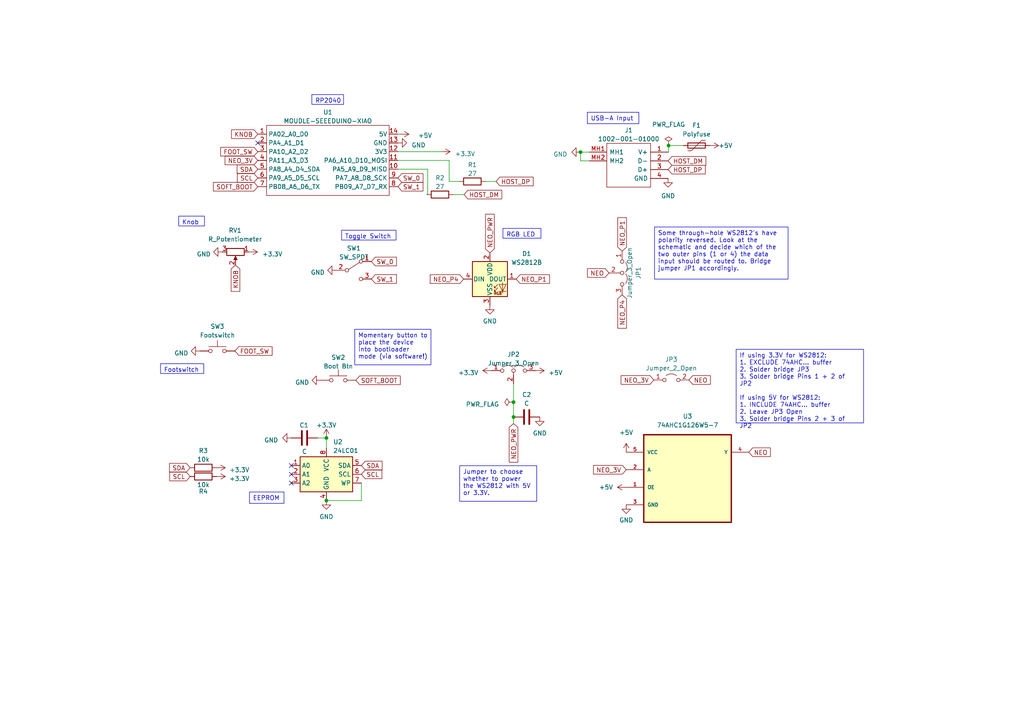
<source format=kicad_sch>
(kicad_sch (version 20230121) (generator eeschema)
  (paper "A4")
  (title_block (title "Hidden Agenda Pedal") (date "2023-08-03") (rev "3") (company "Guy Dupont"))
  (lib_symbols
    (symbol "74xGxx:74AHC1G126W5-7" (pin_names (offset 1.016))
      (property "Reference" "U" (at -5.2324 13.1826 0))
      (property "Value" "74AHC1G126W5-7" (at -3.1496 -19.6596 0))
      (symbol "74AHC1G126W5-7_0_0"
        (rectangle (start -12.7 -15.24) (end 12.7 10.16) (stroke (width 0.4064)) (fill (type background)))
        (pin input line (at -17.78 -5.08 0) (length 5.08) (name "OE") (number "1"))
        (pin input line (at -17.78 0 0) (length 5.08) (name "A") (number "2"))
        (pin passive line (at -17.78 -10.16 0) (length 5.08) (name "GND") (number "3"))
        (pin output line (at 17.78 5.08 180) (length 5.08) (name "Y") (number "4"))
        (pin power_in line (at -17.78 5.08 0) (length 5.08) (name "VCC") (number "5"))
      )
    )
    (symbol "Connector:1002-001-01000" (pin_names (offset 0.762))
      (property "Reference" "J" (at 19.05 7.62 0))
      (property "Value" "1002-001-01000" (at 19.05 5.08 0))
      (symbol "1002-001-01000_0_0"
        (pin power_in line (at 22.86 0 180) (length 5.08) (name "V+") (number "1"))
        (pin bidirectional line (at 22.86 -2.54 180) (length 5.08) (name "D-") (number "2"))
        (pin bidirectional line (at 22.86 -5.08 180) (length 5.08) (name "D+") (number "3"))
        (pin power_in line (at 22.86 -7.62 180) (length 5.08) (name "GND") (number "4"))
        (pin passive line (at 0 0 0) (length 5.08) (name "MH1") (number "MH1"))
        (pin passive line (at 0 -2.54 0) (length 5.08) (name "MH2") (number "MH2"))
      )
      (symbol "1002-001-01000_0_1"
        (polyline (pts (xy 5.08 2.54) (xy 17.78 2.54) (xy 17.78 -10.16) (xy 5.08 -10.16) (xy 5.08 2.54)) (stroke (width 0.1524)))
      )
    )
    (symbol "Device:C" (pin_numbers hide) (pin_names (offset 0.254))
      (property "Reference" "C" (at 0.635 2.54 0))
      (property "Value" "C" (at 0.635 -2.54 0))
      (symbol "C_0_1"
        (polyline (pts (xy -2.032 -0.762) (xy 2.032 -0.762)) (stroke (width 0.508)))
        (polyline (pts (xy -2.032 0.762) (xy 2.032 0.762)) (stroke (width 0.508)))
      )
      (symbol "C_1_1"
        (pin passive line (at 0 3.81 270) (length 2.794) (name "~") (number "1"))
        (pin passive line (at 0 -3.81 90) (length 2.794) (name "~") (number "2"))
      )
    )
    (symbol "Device:Polyfuse" (pin_numbers hide) (pin_names (offset 0))
      (property "Reference" "F" (at -2.54 0 90))
      (property "Value" "Polyfuse" (at 2.54 0 90))
      (symbol "Polyfuse_0_1"
        (rectangle (start -0.762 2.54) (end 0.762 -2.54) (stroke (width 0.254)))
        (polyline (pts (xy 0 2.54) (xy 0 -2.54)))
        (polyline (pts (xy -1.524 2.54) (xy -1.524 1.524) (xy 1.524 -1.524) (xy 1.524 -2.54)))
      )
      (symbol "Polyfuse_1_1"
        (pin passive line (at 0 3.81 270) (length 1.27) (name "~") (number "1"))
        (pin passive line (at 0 -3.81 90) (length 1.27) (name "~") (number "2"))
      )
    )
    (symbol "Device:R" (pin_numbers hide) (pin_names (offset 0))
      (property "Reference" "R" (at 2.032 0 90))
      (property "Value" "R" (at 0 0 90))
      (symbol "R_0_1"
        (rectangle (start -1.016 -2.54) (end 1.016 2.54) (stroke (width 0.254)))
      )
      (symbol "R_1_1"
        (pin passive line (at 0 3.81 270) (length 1.27) (name "~") (number "1"))
        (pin passive line (at 0 -3.81 90) (length 1.27) (name "~") (number "2"))
      )
    )
    (symbol "Device:R_Potentiometer" (pin_names (offset 1.016) hide)
      (property "Reference" "RV" (at -4.445 0 90))
      (property "Value" "R_Potentiometer" (at -2.54 0 90))
      (symbol "R_Potentiometer_0_1"
        (polyline (pts (xy 2.54 0) (xy 1.524 0)))
        (polyline (pts (xy 1.143 0) (xy 2.286 0.508) (xy 2.286 -0.508) (xy 1.143 0)) (fill (type outline)))
        (rectangle (start 1.016 2.54) (end -1.016 -2.54) (stroke (width 0.254)))
      )
      (symbol "R_Potentiometer_1_1"
        (pin passive line (at 0 3.81 270) (length 1.27) (name "1") (number "1"))
        (pin passive line (at 3.81 0 180) (length 1.27) (name "2") (number "2"))
        (pin passive line (at 0 -3.81 90) (length 1.27) (name "3") (number "3"))
      )
    )
    (symbol "Jumper:Jumper_2_Open" (pin_names (offset 0) hide)
      (property "Reference" "JP" (at 0 2.794 0))
      (property "Value" "Jumper_2_Open" (at 0 -2.286 0))
      (symbol "Jumper_2_Open_0_0"
        (circle (center -2.032 0) (radius 0.508))
        (circle (center 2.032 0) (radius 0.508))
      )
      (symbol "Jumper_2_Open_0_1"
        (arc (start 1.524 1.27) (mid 0 1.778) (end -1.524 1.27))
      )
      (symbol "Jumper_2_Open_1_1"
        (pin passive line (at -5.08 0 0) (length 2.54) (name "A") (number "1"))
        (pin passive line (at 5.08 0 180) (length 2.54) (name "B") (number "2"))
      )
    )
    (symbol "Jumper:Jumper_3_Open" (pin_names (offset 0) hide)
      (property "Reference" "JP" (at -2.54 -2.54 0))
      (property "Value" "Jumper_3_Open" (at 0 2.794 0))
      (symbol "Jumper_3_Open_0_0"
        (circle (center -3.302 0) (radius 0.508))
        (circle (center 0 0) (radius 0.508))
        (circle (center 3.302 0) (radius 0.508))
      )
      (symbol "Jumper_3_Open_0_1"
        (arc (start -0.254 1.016) (mid -1.651 1.4992) (end -3.048 1.016))
        (polyline (pts (xy 0 -0.508) (xy 0 -1.27)))
        (arc (start 3.048 1.016) (mid 1.651 1.4992) (end 0.254 1.016))
      )
      (symbol "Jumper_3_Open_1_1"
        (pin passive line (at -6.35 0 0) (length 2.54) (name "A") (number "1"))
        (pin passive line (at 0 -3.81 90) (length 2.54) (name "C") (number "2"))
        (pin passive line (at 6.35 0 180) (length 2.54) (name "B") (number "3"))
      )
    )
    (symbol "LED:WS2812B" (pin_names (offset 0.254))
      (property "Reference" "D2" (at 10.668 7.366 0))
      (property "Value" "WS2812B" (at 10.668 4.826 0))
      (symbol "WS2812B_0_0"
        (text "RGB" (at 2.286 -4.191 0) (effects (font (size 0.762 0.762))))
      )
      (symbol "WS2812B_0_1"
        (polyline (pts (xy 1.27 -3.556) (xy 1.778 -3.556)))
        (polyline (pts (xy 1.27 -2.54) (xy 1.778 -2.54)))
        (polyline (pts (xy 4.699 -3.556) (xy 2.667 -3.556)))
        (polyline (pts (xy 2.286 -2.54) (xy 1.27 -3.556) (xy 1.27 -3.048)))
        (polyline (pts (xy 2.286 -1.524) (xy 1.27 -2.54) (xy 1.27 -2.032)))
        (polyline (pts (xy 3.683 -1.016) (xy 3.683 -3.556) (xy 3.683 -4.064)))
        (polyline (pts (xy 4.699 -1.524) (xy 2.667 -1.524) (xy 3.683 -3.556) (xy 4.699 -1.524)))
        (rectangle (start 5.08 5.08) (end -5.08 -5.08) (stroke (width 0.254)) (fill (type background)))
      )
      (symbol "WS2812B_1_1"
        (pin output line (at 7.62 0 180) (length 2.54) (name "DOUT") (number "1"))
        (pin power_in line (at 0 7.62 270) (length 2.54) (name "VDD") (number "2"))
        (pin power_in line (at 0 -7.62 90) (length 2.54) (name "VSS") (number "3"))
        (pin input line (at -7.62 0 0) (length 2.54) (name "DIN") (number "4"))
      )
    )
    (symbol "Memory_EEPROM:24LC01"
      (property "Reference" "U" (at -6.35 6.35 0))
      (property "Value" "24LC01" (at 1.27 6.35 0))
      (symbol "24LC01_1_1"
        (rectangle (start -7.62 5.08) (end 7.62 -5.08) (stroke (width 0.254)) (fill (type background)))
        (pin input line (at -10.16 2.54 0) (length 2.54) (name "A0") (number "1"))
        (pin input line (at -10.16 0 0) (length 2.54) (name "A1") (number "2"))
        (pin input line (at -10.16 -2.54 0) (length 2.54) (name "A2") (number "3"))
        (pin power_in line (at 0 -7.62 90) (length 2.54) (name "GND") (number "4"))
        (pin bidirectional line (at 10.16 2.54 180) (length 2.54) (name "SDA") (number "5"))
        (pin input line (at 10.16 0 180) (length 2.54) (name "SCL") (number "6"))
        (pin input line (at 10.16 -2.54 180) (length 2.54) (name "WP") (number "7"))
        (pin power_in line (at 0 7.62 270) (length 2.54) (name "VCC") (number "8"))
      )
    )
    (symbol "Switch:SW_Push" (pin_numbers hide) (pin_names (offset 1.016) hide)
      (property "Reference" "SW" (at 1.27 2.54 0))
      (property "Value" "SW_Push" (at 0 -1.524 0))
      (symbol "SW_Push_0_1"
        (circle (center -2.032 0) (radius 0.508))
        (polyline (pts (xy 0 1.27) (xy 0 3.048)))
        (polyline (pts (xy 2.54 1.27) (xy -2.54 1.27)))
        (circle (center 2.032 0) (radius 0.508))
        (pin passive line (at -5.08 0 0) (length 2.54) (name "1") (number "1"))
        (pin passive line (at 5.08 0 180) (length 2.54) (name "2") (number "2"))
      )
    )
    (symbol "Switch:SW_SPDT" (pin_names (offset 0) hide)
      (property "Reference" "SW" (at 0 4.318 0))
      (property "Value" "SW_SPDT" (at 0 -5.08 0))
      (symbol "SW_SPDT_0_0"
        (circle (center -2.032 0) (radius 0.508))
        (circle (center 2.032 -2.54) (radius 0.508))
      )
      (symbol "SW_SPDT_0_1"
        (polyline (pts (xy -1.524 0.254) (xy 1.651 2.286)))
        (circle (center 2.032 2.54) (radius 0.508))
      )
      (symbol "SW_SPDT_1_1"
        (pin passive line (at 5.08 2.54 180) (length 2.54) (name "A") (number "1"))
        (pin passive line (at -5.08 0 0) (length 2.54) (name "B") (number "2"))
        (pin passive line (at 5.08 -2.54 180) (length 2.54) (name "C") (number "3"))
      )
    )
    (symbol "XIAO:MOUDLE-SEEEDUINO-XIAO"
      (property "Reference" "U1" (at 1.27 13.97 0))
      (property "Value" "MOUDLE-SEEEDUINO-XIAO" (at 1.27 11.43 0))
      (symbol "MOUDLE-SEEEDUINO-XIAO_0_1"
        (rectangle (start -16.51 10.16) (end 19.05 -10.16))
      )
      (symbol "MOUDLE-SEEEDUINO-XIAO_1_1"
        (pin bidirectional line (at -19.05 7.62 0) (length 2.54) (name "PA02_A0_D0") (number "1"))
        (pin bidirectional line (at 21.59 -2.54 180) (length 2.54) (name "PA5_A9_D9_MISO") (number "10"))
        (pin bidirectional line (at 21.59 0 180) (length 2.54) (name "PA6_A10_D10_MOSI") (number "11"))
        (pin power_out line (at 21.59 2.54 180) (length 2.54) (name "3V3") (number "12"))
        (pin power_out line (at 21.59 5.08 180) (length 2.54) (name "GND") (number "13"))
        (pin power_out line (at 21.59 7.62 180) (length 2.54) (name "5V") (number "14"))
        (pin bidirectional line (at -19.05 5.08 0) (length 2.54) (name "PA4_A1_D1") (number "2"))
        (pin bidirectional line (at -19.05 2.54 0) (length 2.54) (name "PA10_A2_D2") (number "3"))
        (pin bidirectional line (at -19.05 0 0) (length 2.54) (name "PA11_A3_D3") (number "4"))
        (pin bidirectional line (at -19.05 -2.54 0) (length 2.54) (name "PA8_A4_D4_SDA") (number "5"))
        (pin bidirectional line (at -19.05 -5.08 0) (length 2.54) (name "PA9_A5_D5_SCL") (number "6"))
        (pin bidirectional line (at -19.05 -7.62 0) (length 2.54) (name "PB08_A6_D6_TX") (number "7"))
        (pin bidirectional line (at 21.59 -7.62 180) (length 2.54) (name "PB09_A7_D7_RX") (number "8"))
        (pin bidirectional line (at 21.59 -5.08 180) (length 2.54) (name "PA7_A8_D8_SCK") (number "9"))
      )
    )
    (symbol "power:+3.3V" (power) (pin_names (offset 0))
      (property "Value" "+3.3V" (at 0 3.556 0))
      (symbol "+3.3V_0_1"
        (polyline (pts (xy -0.762 1.27) (xy 0 2.54)))
        (polyline (pts (xy 0 0) (xy 0 2.54)))
        (polyline (pts (xy 0 2.54) (xy 0.762 1.27)))
      )
      (symbol "+3.3V_1_1"
        (pin power_in line (at 0 0 90) (length 0) hide (name "+3.3V") (number "1"))
      )
    )
    (symbol "power:+5V" (power) (pin_names (offset 0))
      (property "Value" "+5V" (at 0 3.556 0))
      (symbol "+5V_0_1"
        (polyline (pts (xy -0.762 1.27) (xy 0 2.54)))
        (polyline (pts (xy 0 0) (xy 0 2.54)))
        (polyline (pts (xy 0 2.54) (xy 0.762 1.27)))
      )
      (symbol "+5V_1_1"
        (pin power_in line (at 0 0 90) (length 0) hide (name "+5V") (number "1"))
      )
    )
    (symbol "power:GND" (power) (pin_names (offset 0))
      (property "Value" "GND" (at 0 -3.81 0))
      (symbol "GND_0_1"
        (polyline (pts (xy 0 0) (xy 0 -1.27) (xy 1.27 -1.27) (xy 0 -2.54) (xy -1.27 -1.27) (xy 0 -1.27)))
      )
      (symbol "GND_1_1"
        (pin power_in line (at 0 0 270) (length 0) hide (name "GND") (number "1"))
      )
    )
    (symbol "power:PWR_FLAG" (power) (pin_numbers hide) (pin_names (offset 0) hide)
      (property "Value" "PWR_FLAG" (at 0 3.81 0))
      (symbol "PWR_FLAG_0_0"
        (pin power_out line (at 0 0 90) (length 0) (name "pwr") (number "1"))
      )
      (symbol "PWR_FLAG_0_1"
        (polyline (pts (xy 0 0) (xy 0 1.27) (xy -1.016 1.905) (xy 0 2.54) (xy 1.016 1.905) (xy 0 1.27)))
      )
    )
  )
  (junction (at 94.6658 145.1864))
  (junction (at 148.9456 116.6368))
  (junction (at 148.9456 120.9548))
  (junction (at 94.6658 127.0254))
  (junction (at 168.3766 44.1198))
  (junction (at 193.9036 42.2148))
  (no_connect (at 84.5058 135.0264))
  (no_connect (at 84.5058 137.5664))
  (no_connect (at 74.7776 41.4528))
  (no_connect (at 84.5058 140.1064))
  (wire (pts (xy 130.2766 46.5328) (xy 115.4176 46.5328)))
  (wire (pts (xy 124.0536 56.4388) (xy 124.0536 49.0728)))
  (wire (pts (xy 133.1976 52.6288) (xy 130.2766 52.6288)))
  (wire (pts (xy 115.4176 38.9128) (xy 116.0526 38.9128)))
  (wire (pts (xy 143.8656 52.6288) (xy 140.8176 52.6288)))
  (wire (pts (xy 198.2216 42.2148) (xy 193.9036 42.2148)))
  (wire (pts (xy 123.7996 56.4388) (xy 124.0536 56.4388)))
  (wire (pts (xy 94.6658 145.1864) (xy 104.8258 145.1864)))
  (wire (pts (xy 193.9036 42.2148) (xy 193.9036 44.1198)))
  (wire (pts (xy 127.9906 43.9928) (xy 115.4176 43.9928)))
  (wire (pts (xy 168.3766 46.6598) (xy 168.3766 44.1198)))
  (wire (pts (xy 148.9456 111.3028) (xy 148.9456 116.6368)))
  (wire (pts (xy 148.9456 116.6368) (xy 148.9456 120.9548)))
  (wire (pts (xy 148.9456 120.9548) (xy 148.9456 122.8598)))
  (wire (pts (xy 94.6658 127.0254) (xy 94.6658 129.9464)))
  (wire (pts (xy 124.0536 49.0728) (xy 115.4176 49.0728)))
  (wire (pts (xy 134.5946 56.4388) (xy 131.4196 56.4388)))
  (wire (pts (xy 168.3766 44.1198) (xy 170.9166 44.1198)))
  (wire (pts (xy 104.8258 145.1864) (xy 104.8258 140.1064)))
  (wire (pts (xy 170.9166 46.6598) (xy 168.3766 46.6598)))
  (wire (pts (xy 92.1258 127.0254) (xy 94.6658 127.0254)))
  (wire (pts (xy 130.2766 52.6288) (xy 130.2766 46.5328)))
  (wire (pts (xy 193.9036 44.1198) (xy 193.7766 44.1198)))
  (text_box "USB-A Input" (at 170.3578 32.5628 0) (size 14.9352 3.302) (effects (font (size 1.27 1.27)) (justify left top)))
  (text_box "RP2040" (at 90.4494 27.432 0) (size 9.1948 2.8448) (effects (font (size 1.27 1.27)) (justify left top)))
  (text_box "RGB LED" (at 145.8722 66.2432 0) (size 11.0236 2.8448) (effects (font (size 1.27 1.27)) (justify left top)))
  (text_box "Footswitch" (at 46.5582 105.4862 0) (size 12.5476 2.8448) (effects (font (size 1.27 1.27)) (justify left top)))
  (text_box "Jumper to choose whether to power the WS2812 with 5V or 3.3V." (at 133.3246 135.0772 0) (size 22.352 10.3124) (effects (font (size 1.27 1.27)) (justify left top)))
  (text_box "EEPROM" (at 72.3646 142.6972 0) (size 10.0076 3.302) (effects (font (size 1.27 1.27)) (justify left top)))
  (text_box "Toggle Switch" (at 99.0854 66.7766 0) (size 15.7988 2.8448) (effects (font (size 1.27 1.27)) (justify left top)))
  (text_box "If using 3.3V for WS2812:\n1. EXCLUDE 74AHC... buffer\n2. Solder bridge JP3\n3. Solder bridge Pins 1 + 2 of JP2\n\nIf using 5V for WS2812:\n1. INCLUDE 74AHC... buffer\n2. Leave JP3 Open\n3. Solder bridge Pins 2 + 3 of JP2" (at 213.5124 101.3206 0) (size 36.957 21.336) (effects (font (size 1.27 1.27)) (justify left top)))
  (text_box "Momentary button to place the device into bootloader mode (via software!)" (at 102.8954 95.504 0) (size 22.098 10.3124) (effects (font (size 1.27 1.27)) (justify left top)))
  (text_box "Knob" (at 51.8414 62.6872 0) (size 7.4676 2.8448) (effects (font (size 1.27 1.27)) (justify left top)))
  (text_box "Some through-hole WS2812's have polarity reversed. Look at the schematic and decide which of the two outer pins (1 or 4) the data input should be routed to. Bridge jumper JP1 accordingly." (at 189.8396 65.8368 0) (size 38.735 15.113) (effects (font (size 1.27 1.27)) (justify left top)))
  (global_label "SW_1" (shape input) (at 115.4176 54.1528 0) (property "Intersheetrefs" "${INTERSHEET_REFS}" (effects hide)))
  (global_label "NEO_P4" (shape input) (at 134.4676 80.9498 180) (property "Intersheetrefs" "${INTERSHEET_REFS}" (effects hide)))
  (global_label "SCL" (shape input) (at 55.1688 138.2014 180) (property "Intersheetrefs" "${INTERSHEET_REFS}" (effects hide)))
  (global_label "NEO_PWR" (shape input) (at 142.0876 73.3298 90) (property "Intersheetrefs" "${INTERSHEET_REFS}" (effects hide)))
  (global_label "SW_0" (shape input) (at 115.4176 51.6128 0) (property "Intersheetrefs" "${INTERSHEET_REFS}" (effects hide)))
  (global_label "NEO" (shape input) (at 199.7964 110.2106 0) (property "Intersheetrefs" "${INTERSHEET_REFS}" (effects hide)))
  (global_label "FOOT_SW" (shape input) (at 74.7776 43.9928 180) (property "Intersheetrefs" "${INTERSHEET_REFS}" (effects hide)))
  (global_label "HOST_DP" (shape input) (at 193.7766 49.1998 0) (property "Intersheetrefs" "${INTERSHEET_REFS}" (effects hide)))
  (global_label "NEO_3V" (shape input) (at 189.6364 110.2106 180) (property "Intersheetrefs" "${INTERSHEET_REFS}" (effects hide)))
  (global_label "KNOB" (shape input) (at 68.3006 76.8858 270) (property "Intersheetrefs" "${INTERSHEET_REFS}" (effects hide)))
  (global_label "SDA" (shape input) (at 74.7776 49.0728 180) (property "Intersheetrefs" "${INTERSHEET_REFS}" (effects hide)))
  (global_label "HOST_DP" (shape input) (at 143.8656 52.6288 0) (property "Intersheetrefs" "${INTERSHEET_REFS}" (effects hide)))
  (global_label "KNOB" (shape input) (at 74.7776 38.9128 180) (property "Intersheetrefs" "${INTERSHEET_REFS}" (effects hide)))
  (global_label "SDA" (shape input) (at 104.8258 135.0264 0) (property "Intersheetrefs" "${INTERSHEET_REFS}" (effects hide)))
  (global_label "NEO" (shape input) (at 176.6316 79.1718 180) (property "Intersheetrefs" "${INTERSHEET_REFS}" (effects hide)))
  (global_label "HOST_DM" (shape input) (at 134.5946 56.4388 0) (property "Intersheetrefs" "${INTERSHEET_REFS}" (effects hide)))
  (global_label "NEO_3V" (shape input) (at 181.6354 136.2456 180) (property "Intersheetrefs" "${INTERSHEET_REFS}" (effects hide)))
  (global_label "FOOT_SW" (shape input) (at 68.1482 101.8032 0) (property "Intersheetrefs" "${INTERSHEET_REFS}" (effects hide)))
  (global_label "NEO_P1" (shape input) (at 180.4416 72.8218 90) (property "Intersheetrefs" "${INTERSHEET_REFS}" (effects hide)))
  (global_label "NEO_3V" (shape input) (at 74.7776 46.5328 180) (property "Intersheetrefs" "${INTERSHEET_REFS}" (effects hide)))
  (global_label "NEO_P4" (shape input) (at 180.4416 85.5218 270) (property "Intersheetrefs" "${INTERSHEET_REFS}" (effects hide)))
  (global_label "SCL" (shape input) (at 104.8258 137.5664 0) (property "Intersheetrefs" "${INTERSHEET_REFS}" (effects hide)))
  (global_label "SOFT_BOOT" (shape input) (at 74.7776 54.1528 180) (property "Intersheetrefs" "${INTERSHEET_REFS}" (effects hide)))
  (global_label "SDA" (shape input) (at 55.1688 135.6614 180) (property "Intersheetrefs" "${INTERSHEET_REFS}" (effects hide)))
  (global_label "HOST_DM" (shape input) (at 193.7766 46.6598 0) (property "Intersheetrefs" "${INTERSHEET_REFS}" (effects hide)))
  (global_label "NEO" (shape input) (at 217.1954 131.1656 0) (property "Intersheetrefs" "${INTERSHEET_REFS}" (effects hide)))
  (global_label "SOFT_BOOT" (shape input) (at 103.2002 110.2868 0) (property "Intersheetrefs" "${INTERSHEET_REFS}" (effects hide)))
  (global_label "NEO_P1" (shape input) (at 149.7076 80.9498 0) (property "Intersheetrefs" "${INTERSHEET_REFS}" (effects hide)))
  (global_label "SW_0" (shape input) (at 107.7214 75.8444 0) (property "Intersheetrefs" "${INTERSHEET_REFS}" (effects hide)))
  (global_label "NEO_PWR" (shape input) (at 148.9456 122.8598 270) (property "Intersheetrefs" "${INTERSHEET_REFS}" (effects hide)))
  (global_label "SCL" (shape input) (at 74.7776 51.6128 180) (property "Intersheetrefs" "${INTERSHEET_REFS}" (effects hide)))
  (global_label "SW_1" (shape input) (at 107.7214 80.9244 0) (property "Intersheetrefs" "${INTERSHEET_REFS}" (effects hide)))
  (symbol (lib_id "power:+3.3V") (at 127.9906 43.9928 270) (unit 1)
    (property "Reference" "#PWR04" (effects hide))
    (property "Value" "+3.3V" (at 131.9276 44.6278 90) (effects (justify left)))
  )
  (symbol (lib_id "power:GND") (at 115.4176 41.4528 90) (unit 1)
    (property "Reference" "#PWR02" (effects hide))
    (property "Value" "GND" (at 119.3546 42.0878 90) (effects (justify right)))
  )
  (symbol (lib_id "power:+3.3V") (at 62.7888 138.2014 270) (unit 1)
    (property "Reference" "#PWR019" (effects hide))
    (property "Value" "+3.3V" (at 66.4718 138.8364 90) (effects (justify left)))
  )
  (symbol (lib_id "power:PWR_FLAG") (at 148.9456 116.6368 90) (unit 1)
    (property "Reference" "#FLG02" (effects hide))
    (property "Value" "PWR_FLAG" (at 144.7546 117.2718 90) (effects (justify left)))
  )
  (symbol (lib_id "Device:Polyfuse") (at 202.0316 42.2148 90) (unit 1)
    (property "Reference" "F1" (at 202.0316 36.3728 90))
    (property "Value" "Polyfuse" (at 202.0316 38.9128 90))
    (property "Footprint" "Fuse:Fuse_Bourns_MF-RHT050" (effects hide))
  )
  (symbol (lib_id "Switch:SW_Push") (at 98.1202 110.2868 0) (unit 1)
    (property "Reference" "SW2" (at 98.1202 103.6828 0))
    (property "Value" "Boot Btn" (at 98.1202 106.2228 0))
    (property "Footprint" "Button_Switch_THT:SW_TH_Tactile_Omron_B3F-10xx" (effects hide))
  )
  (symbol (lib_id "Switch:SW_SPDT") (at 102.6414 78.3844 0) (unit 1)
    (property "Reference" "SW1" (at 102.6414 72.009 0))
    (property "Value" "SW_SPDT" (at 102.6414 74.549 0))
    (property "Footprint" "Button_Switch_THT:GuitarPedalParts_SPDT" (effects hide))
  )
  (symbol (lib_id "power:GND") (at 93.0402 110.2868 270) (unit 1)
    (property "Reference" "#PWR011" (effects hide))
    (property "Value" "GND" (at 89.6874 110.9218 90) (effects (justify right)))
  )
  (symbol (lib_id "power:GND") (at 168.3766 44.1198 270) (unit 1)
    (property "Reference" "#PWR05" (effects hide))
    (property "Value" "GND" (at 164.5666 44.7548 90) (effects (justify right)))
  )
  (symbol (lib_id "power:+5V") (at 181.6354 131.1656 0) (unit 1)
    (property "Reference" "#PWR020" (effects hide))
    (property "Value" "+5V" (at 181.6354 125.4506 0))
  )
  (symbol (lib_id "Device:R") (at 137.0076 52.6288 90) (unit 1)
    (property "Reference" "R1" (at 137.0076 47.8028 90))
    (property "Value" "27" (at 137.0076 50.3428 90))
    (property "Footprint" "Resistor_THT:R_Axial_DIN0207_L6.3mm_D2.5mm_P10.16mm_Horizontal" (effects hide))
  )
  (symbol (lib_id "XIAO:MOUDLE-SEEEDUINO-XIAO") (at 93.8276 46.5328 0) (unit 1)
    (property "Reference" "U1" (at 95.0976 32.5628 0))
    (property "Value" "MOUDLE-SEEEDUINO-XIAO" (at 95.0976 35.1028 0))
    (property "Footprint" "XIAO:MOUDLE14P-SMD-2.54-21X17.8MM" (effects hide))
  )
  (symbol (lib_id "power:+5V") (at 116.0526 38.9128 270) (unit 1)
    (property "Reference" "#PWR01" (effects hide))
    (property "Value" "+5V" (at 121.2596 39.2938 90) (effects (justify left)))
  )
  (symbol (lib_id "Jumper:Jumper_3_Open") (at 148.9456 107.4928 0) (unit 1)
    (property "Reference" "JP2" (at 148.9456 102.7938 0))
    (property "Value" "Jumper_3_Open" (at 148.9456 105.3338 0))
    (property "Footprint" "Jumper:SolderJumper-3_P1.3mm_Open_Pad1.0x1.5mm" (effects hide))
  )
  (symbol (lib_id "Device:C") (at 88.3158 127.0254 270) (unit 1)
    (property "Reference" "C1" (at 88.1888 123.3424 90))
    (property "Value" "C" (at 88.3158 130.9624 90))
    (property "Footprint" "Capacitor_THT:C_Disc_D5.0mm_W2.5mm_P5.00mm" (effects hide))
  )
  (symbol (lib_id "Device:R") (at 58.9788 135.6614 90) (unit 1)
    (property "Reference" "R3" (at 58.9788 130.7084 90))
    (property "Value" "10k" (at 58.9788 133.2484 90))
    (property "Footprint" "Resistor_THT:R_Axial_DIN0207_L6.3mm_D2.5mm_P10.16mm_Horizontal" (effects hide))
  )
  (symbol (lib_id "power:+5V") (at 181.6354 141.3256 90) (unit 1)
    (property "Reference" "#PWR022" (effects hide))
    (property "Value" "+5V" (at 177.8254 141.3255 90) (effects (justify left)))
  )
  (symbol (lib_id "Connector:1002-001-01000") (at 170.9166 44.1198 0) (unit 1)
    (property "Reference" "J1" (at 182.3466 37.7698 0))
    (property "Value" "1002-001-01000" (at 182.3466 40.3098 0))
    (property "Footprint" "Connector_USB:100200101000" (effects hide))
    (property "Datasheet" "https://www.arrow.com/en/products/1002-001-01000/cnc-tech-llc" (effects hide))
    (property "Description" "USB-A (USB TYPE-A) USB 2.0 Receptacle Connector 4 Position Through Hole, Right Angle" (effects hide))
    (property "Height" "7.37" (effects hide))
    (property "Arrow Part Number" "1002-001-01000" (effects hide))
    (property "Arrow Price/Stock" "https://www.arrow.com/en/products/1002-001-01000/cnc-tech-llc" (effects hide))
    (property "Manufacturer_Name" "CNC Tech" (effects hide))
    (property "Manufacturer_Part_Number" "1002-001-01000" (effects hide))
  )
  (symbol (lib_id "power:GND") (at 156.5656 120.9548 0) (unit 1)
    (property "Reference" "#PWR018" (effects hide))
    (property "Value" "GND" (at 156.5656 125.6538 0))
  )
  (symbol (lib_id "power:GND") (at 84.5058 127.0254 270) (unit 1)
    (property "Reference" "#PWR015" (effects hide))
    (property "Value" "GND" (at 80.6958 127.6604 90) (effects (justify right)))
  )
  (symbol (lib_id "Device:C") (at 152.7556 120.9548 90) (unit 1)
    (property "Reference" "C2" (at 152.7556 114.4778 90))
    (property "Value" "C" (at 152.7556 117.0178 90))
    (property "Footprint" "Capacitor_THT:C_Disc_D5.0mm_W2.5mm_P5.00mm" (effects hide))
  )
  (symbol (lib_id "power:+3.3V") (at 62.7888 135.6614 270) (unit 1)
    (property "Reference" "#PWR017" (effects hide))
    (property "Value" "+3.3V" (at 66.4718 136.2964 90) (effects (justify left)))
  )
  (symbol (lib_id "power:GND") (at 181.6354 146.4056 0) (unit 1)
    (property "Reference" "#PWR023" (effects hide))
    (property "Value" "GND" (at 181.6354 150.8506 0))
  )
  (symbol (lib_id "Device:R") (at 127.6096 56.4388 90) (unit 1)
    (property "Reference" "R2" (at 127.6096 51.6128 90))
    (property "Value" "27" (at 127.6096 54.1528 90))
    (property "Footprint" "Resistor_THT:R_Axial_DIN0207_L6.3mm_D2.5mm_P10.16mm_Horizontal" (effects hide))
  )
  (symbol (lib_id "power:PWR_FLAG") (at 193.9036 42.2148 0) (unit 1)
    (property "Reference" "#FLG01" (effects hide))
    (property "Value" "PWR_FLAG" (at 193.9036 36.1188 0))
  )
  (symbol (lib_id "LED:WS2812B") (at 142.0876 80.9498 0) (unit 1)
    (property "Reference" "D1" (at 152.7556 73.5838 0))
    (property "Value" "WS2812B" (at 152.7556 76.1238 0))
    (property "Footprint" "Connector_PinHeader_2.54mm:PinHeader_1x04_P2.54mm_Vertical" (effects hide))
    (property "Datasheet" "https://cdn-shop.adafruit.com/datasheets/WS2812B.pdf" (effects hide))
  )
  (symbol (lib_id "power:+5V") (at 155.2956 107.4928 270) (unit 1)
    (property "Reference" "#PWR014" (effects hide))
    (property "Value" "+5V" (at 159.1056 108.1278 90) (effects (justify left)))
  )
  (symbol (lib_id "Jumper:Jumper_3_Open") (at 180.4416 79.1718 270) (unit 1)
    (property "Reference" "JP1" (at 185.1406 79.1718 0))
    (property "Value" "Jumper_3_Open" (at 182.6006 79.1718 0))
    (property "Footprint" "Jumper:SolderJumper-3_P1.3mm_Open_Pad1.0x1.5mm" (effects hide))
  )
  (symbol (lib_id "power:GND") (at 142.0876 88.5698 0) (unit 1)
    (property "Reference" "#PWR010" (effects hide))
    (property "Value" "GND" (at 142.0876 93.1418 0))
  )
  (symbol (lib_id "power:+5V") (at 205.8416 42.2148 270) (unit 1)
    (property "Reference" "#PWR03" (effects hide))
    (property "Value" "+5V" (at 208.3816 42.2148 90) (effects (justify left)))
  )
  (symbol (lib_id "power:+3.3V") (at 94.6658 127.0254 0) (unit 1)
    (property "Reference" "#PWR016" (effects hide))
    (property "Value" "+3.3V" (at 94.6658 123.3424 0))
  )
  (symbol (lib_id "power:GND") (at 57.9882 101.8032 270) (unit 1)
    (property "Reference" "#PWR012" (effects hide))
    (property "Value" "GND" (at 54.6354 102.4382 90) (effects (justify right)))
  )
  (symbol (lib_id "power:GND") (at 193.7766 51.7398 0) (unit 1)
    (property "Reference" "#PWR06" (effects hide))
    (property "Value" "GND" (at 193.7766 56.8198 0))
  )
  (symbol (lib_id "power:GND") (at 64.4906 73.0758 270) (unit 1)
    (property "Reference" "#PWR07" (effects hide))
    (property "Value" "GND" (at 61.1378 73.7108 90) (effects (justify right)))
  )
  (symbol (lib_id "Memory_EEPROM:24LC01") (at 94.6658 137.5664 0) (unit 1)
    (property "Reference" "U2" (at 96.6217 128.1684 0) (effects (justify left)))
    (property "Value" "24LC01" (at 96.6217 130.7084 0) (effects (justify left)))
    (property "Footprint" "Package_DIP:DIP-8_W7.62mm" (effects hide))
    (property "Datasheet" "http://ww1.microchip.com/downloads/en/DeviceDoc/21711J.pdf" (effects hide))
  )
  (symbol (lib_id "Device:R_Potentiometer") (at 68.3006 73.0758 270) (unit 1)
    (property "Reference" "RV1" (at 68.199 66.8274 90))
    (property "Value" "R_Potentiometer" (at 68.199 69.3674 90))
    (property "Footprint" "Potentiometer_THT:B5K_Potentiometer" (effects hide))
  )
  (symbol (lib_id "Device:R") (at 58.9788 138.2014 90) (unit 1)
    (property "Reference" "R4" (at 58.9788 142.5194 90))
    (property "Value" "10k" (at 58.9788 140.6144 90))
    (property "Footprint" "Resistor_THT:R_Axial_DIN0207_L6.3mm_D2.5mm_P10.16mm_Horizontal" (effects hide))
  )
  (symbol (lib_id "power:GND") (at 97.5614 78.3844 270) (unit 1)
    (property "Reference" "#PWR09" (effects hide))
    (property "Value" "GND" (at 94.2086 79.0194 90) (effects (justify right)))
  )
  (symbol (lib_id "power:GND") (at 94.6658 145.1864 0) (unit 1)
    (property "Reference" "#PWR021" (effects hide))
    (property "Value" "GND" (at 94.6658 149.8854 0))
  )
  (symbol (lib_id "74xGxx:74AHC1G126W5-7") (at 199.4154 136.2456 0) (unit 1)
    (property "Reference" "U3" (at 199.4154 120.7516 0))
    (property "Value" "74AHC1G126W5-7" (at 199.4154 123.2916 0))
    (property "Footprint" "Package_TO_SOT_SMD:SOT-23-5_HandSoldering" (effects hide))
    (property "MPN" "74AHC1G126W5-7" (effects hide))
    (property "OC_NEWARK" "47T3884" (effects hide))
    (property "OC_FARNELL" "1893812" (effects hide))
    (property "SUPPLIER" "DIODES INC." (effects hide))
    (property "PACKAGE" "SOT-5" (effects hide))
  )
  (symbol (lib_id "power:+3.3V") (at 142.5956 107.4928 90) (unit 1)
    (property "Reference" "#PWR013" (effects hide))
    (property "Value" "+3.3V" (at 138.7856 108.1278 90) (effects (justify left)))
  )
  (symbol (lib_id "Jumper:Jumper_2_Open") (at 194.7164 110.2106 0) (unit 1)
    (property "Reference" "JP3" (at 194.7164 104.2416 0))
    (property "Value" "Jumper_2_Open" (at 194.7164 106.7816 0))
    (property "Footprint" "Jumper:SolderJumper-2_P1.3mm_Open_TrianglePad1.0x1.5mm" (effects hide))
  )
  (symbol (lib_id "power:+3.3V") (at 72.1106 73.0758 270) (unit 1)
    (property "Reference" "#PWR08" (effects hide))
    (property "Value" "+3.3V" (at 76.0476 73.7108 90) (effects (justify left)))
  )
  (symbol (lib_id "Switch:SW_Push") (at 63.0682 101.8032 0) (unit 1)
    (property "Reference" "SW3" (at 63.0682 94.6912 0))
    (property "Value" "Footswitch" (at 63.0682 97.2312 0))
    (property "Footprint" "Connector_PinHeader_2.54mm:PinHeader_1x02_P2.54mm_Vertical" (effects hide))
  )
)
</source>
